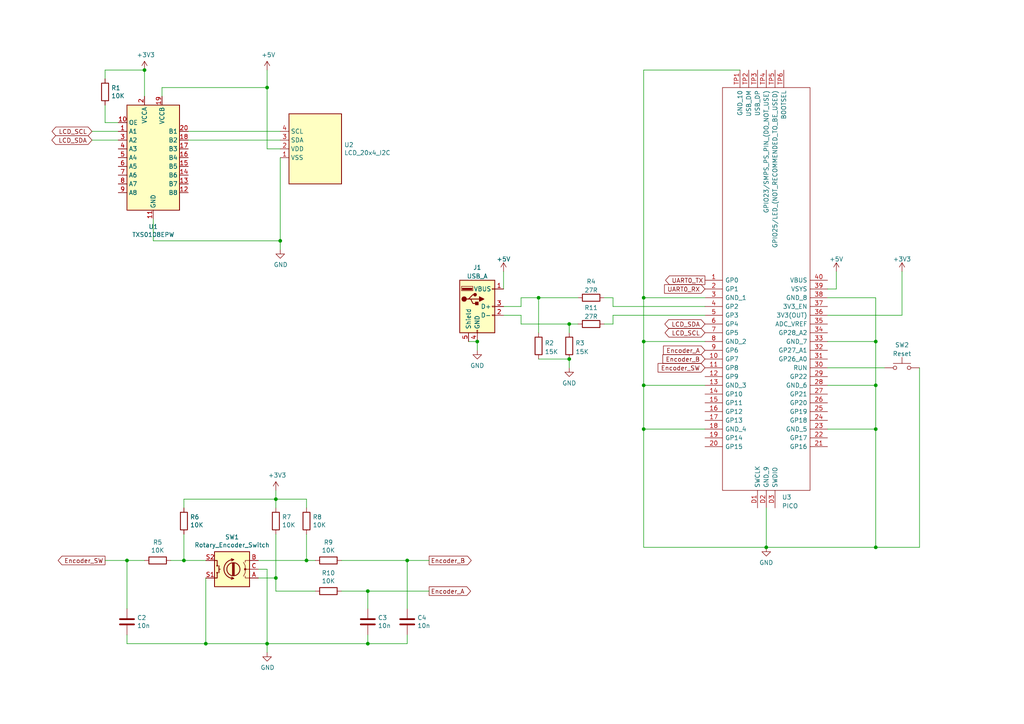
<source format=kicad_sch>
(kicad_sch (version 20211123) (generator eeschema)
  (paper "A4")
  (lib_symbols
    (symbol "BBB_MIDI-rescue:LCD_20x4_I2C-Display_Character"
      (property "Reference" "U" (at -6.35 11.43 0))
      (property "Value" "LCD_20x4_I2C-Display_Character" (at 8.89 11.43 0))
      (symbol "LCD_20x4_I2C-Display_Character_0_1"
        (rectangle (start -7.62 10.16) (end 7.62 -10.16) (stroke (width 0.254)) (fill (type background)))
      )
      (symbol "LCD_20x4_I2C-Display_Character_1_1"
        (pin power_in line (at -10.16 -2.54 0) (length 2.54) (name "VSS") (number "1"))
        (pin power_in line (at -10.16 0 0) (length 2.54) (name "VDD") (number "2"))
        (pin bidirectional line (at -10.16 2.54 0) (length 2.54) (name "SDA") (number "3"))
        (pin input line (at -10.16 5.08 0) (length 2.54) (name "SCL") (number "4"))
      )
    )
    (symbol "BBB_MIDI-rescue:Rotary_Encoder_Switch-Device" (pin_names (offset 0.254) hide)
      (property "Reference" "SW" (at 0 6.604 0))
      (property "Value" "Rotary_Encoder_Switch-Device" (at 0 -6.604 0))
      (symbol "Rotary_Encoder_Switch-Device_0_1"
        (rectangle (start -5.08 5.08) (end 5.08 -5.08) (stroke (width 0.254)) (fill (type background)))
        (circle (center -3.81 0) (radius 0.254) (fill (type outline)))
        (arc (start -0.381 -2.794) (mid 2.3622 -0.0508) (end -0.381 2.667) (stroke (width 0.254)))
        (circle (center -0.381 0) (radius 1.905) (stroke (width 0.254)))
        (polyline (pts (xy -0.635 -1.778) (xy -0.635 1.778)) (stroke (width 0.254)))
        (polyline (pts (xy -0.381 -1.778) (xy -0.381 1.778)) (stroke (width 0.254)))
        (polyline (pts (xy -0.127 1.778) (xy -0.127 -1.778)) (stroke (width 0.254)))
        (polyline (pts (xy 3.81 0) (xy 3.429 0)) (stroke (width 0.254)))
        (polyline (pts (xy 3.81 1.016) (xy 3.81 -1.016)) (stroke (width 0.254)))
        (polyline (pts (xy -5.08 -2.54) (xy -3.81 -2.54) (xy -3.81 -2.032)))
        (polyline (pts (xy -5.08 2.54) (xy -3.81 2.54) (xy -3.81 2.032)))
        (polyline (pts (xy 0.254 -3.048) (xy -0.508 -2.794) (xy 0.127 -2.413)) (stroke (width 0.254)))
        (polyline (pts (xy 0.254 2.921) (xy -0.508 2.667) (xy 0.127 2.286)) (stroke (width 0.254)))
        (polyline (pts (xy 5.08 -2.54) (xy 4.318 -2.54) (xy 4.318 -1.016)) (stroke (width 0.254)))
        (polyline (pts (xy 5.08 2.54) (xy 4.318 2.54) (xy 4.318 1.016)) (stroke (width 0.254)))
        (polyline (pts (xy -5.08 0) (xy -3.81 0) (xy -3.81 -1.016) (xy -3.302 -2.032)))
        (polyline (pts (xy -4.318 0) (xy -3.81 0) (xy -3.81 1.016) (xy -3.302 2.032)))
        (circle (center 4.318 -1.016) (radius 0.127) (stroke (width 0.254)))
        (circle (center 4.318 1.016) (radius 0.127) (stroke (width 0.254)))
      )
      (symbol "Rotary_Encoder_Switch-Device_1_1"
        (pin passive line (at -7.62 2.54 0) (length 2.54) (name "A") (number "A"))
        (pin passive line (at -7.62 -2.54 0) (length 2.54) (name "B") (number "B"))
        (pin passive line (at -7.62 0 0) (length 2.54) (name "C") (number "C"))
        (pin passive line (at 7.62 2.54 180) (length 2.54) (name "S1") (number "S1"))
        (pin passive line (at 7.62 -2.54 180) (length 2.54) (name "S2") (number "S2"))
      )
    )
    (symbol "Connector:USB_A" (pin_names (offset 1.016))
      (property "Reference" "J" (at -5.08 11.43 0))
      (property "Value" "USB_A" (at -5.08 8.89 0))
      (symbol "USB_A_0_1"
        (rectangle (start -5.08 -7.62) (end 5.08 7.62) (stroke (width 0.254)) (fill (type background)))
        (circle (center -3.81 2.159) (radius 0.635) (stroke (width 0.254)) (fill (type outline)))
        (rectangle (start -1.524 4.826) (end -4.318 5.334) (fill (type outline)))
        (rectangle (start -1.27 4.572) (end -4.572 5.842))
        (circle (center -0.635 3.429) (radius 0.381) (stroke (width 0.254)) (fill (type outline)))
        (rectangle (start -0.127 -7.62) (end 0.127 -6.858))
        (polyline (pts (xy -3.175 2.159) (xy -2.54 2.159) (xy -1.27 3.429) (xy -0.635 3.429)) (stroke (width 0.254)))
        (polyline (pts (xy -2.54 2.159) (xy -1.905 2.159) (xy -1.27 0.889) (xy 0 0.889)) (stroke (width 0.254)))
        (polyline (pts (xy 0.635 2.794) (xy 0.635 1.524) (xy 1.905 2.159) (xy 0.635 2.794)) (stroke (width 0.254)) (fill (type outline)))
        (rectangle (start 0.254 1.27) (end -0.508 0.508) (stroke (width 0.254)) (fill (type outline)))
        (rectangle (start 5.08 -2.667) (end 4.318 -2.413))
        (rectangle (start 5.08 -0.127) (end 4.318 0.127))
        (rectangle (start 5.08 4.953) (end 4.318 5.207))
      )
      (symbol "USB_A_1_1"
        (polyline (pts (xy -1.905 2.159) (xy 0.635 2.159)) (stroke (width 0.254)))
        (pin power_in line (at 7.62 5.08 180) (length 2.54) (name "VBUS") (number "1"))
        (pin bidirectional line (at 7.62 -2.54 180) (length 2.54) (name "D-") (number "2"))
        (pin bidirectional line (at 7.62 0 180) (length 2.54) (name "D+") (number "3"))
        (pin power_in line (at 0 -10.16 90) (length 2.54) (name "GND") (number "4"))
        (pin passive line (at -2.54 -10.16 90) (length 2.54) (name "Shield") (number "5"))
      )
    )
    (symbol "Device:C" (pin_numbers hide) (pin_names (offset 0.254))
      (property "Reference" "C" (at 0.635 2.54 0))
      (property "Value" "C" (at 0.635 -2.54 0))
      (symbol "C_0_1"
        (polyline (pts (xy -2.032 -0.762) (xy 2.032 -0.762)) (stroke (width 0.508)))
        (polyline (pts (xy -2.032 0.762) (xy 2.032 0.762)) (stroke (width 0.508)))
      )
      (symbol "C_1_1"
        (pin passive line (at 0 3.81 270) (length 2.794) (name "~") (number "1"))
        (pin passive line (at 0 -3.81 90) (length 2.794) (name "~") (number "2"))
      )
    )
    (symbol "Device:R" (pin_numbers hide) (pin_names (offset 0))
      (property "Reference" "R" (at 2.032 0 90))
      (property "Value" "R" (at 0 0 90))
      (symbol "R_0_1"
        (rectangle (start -1.016 -2.54) (end 1.016 2.54) (stroke (width 0.254)))
      )
      (symbol "R_1_1"
        (pin passive line (at 0 3.81 270) (length 1.27) (name "~") (number "1"))
        (pin passive line (at 0 -3.81 90) (length 1.27) (name "~") (number "2"))
      )
    )
    (symbol "Logic_LevelTranslator:TXS0108EPW"
      (property "Reference" "U" (at -6.35 16.51 0))
      (property "Value" "TXS0108EPW" (at 3.81 16.51 0))
      (symbol "TXS0108EPW_0_1"
        (rectangle (start -7.62 15.24) (end 7.62 -15.24) (stroke (width 0.254)) (fill (type background)))
      )
      (symbol "TXS0108EPW_1_1"
        (pin bidirectional line (at -10.16 7.62 0) (length 2.54) (name "A1") (number "1"))
        (pin input line (at -10.16 10.16 0) (length 2.54) (name "OE") (number "10"))
        (pin power_in line (at 0 -17.78 90) (length 2.54) (name "GND") (number "11"))
        (pin bidirectional line (at 10.16 -10.16 180) (length 2.54) (name "B8") (number "12"))
        (pin bidirectional line (at 10.16 -7.62 180) (length 2.54) (name "B7") (number "13"))
        (pin bidirectional line (at 10.16 -5.08 180) (length 2.54) (name "B6") (number "14"))
        (pin bidirectional line (at 10.16 -2.54 180) (length 2.54) (name "B5") (number "15"))
        (pin bidirectional line (at 10.16 0 180) (length 2.54) (name "B4") (number "16"))
        (pin bidirectional line (at 10.16 2.54 180) (length 2.54) (name "B3") (number "17"))
        (pin bidirectional line (at 10.16 5.08 180) (length 2.54) (name "B2") (number "18"))
        (pin power_in line (at 2.54 17.78 270) (length 2.54) (name "VCCB") (number "19"))
        (pin power_in line (at -2.54 17.78 270) (length 2.54) (name "VCCA") (number "2"))
        (pin bidirectional line (at 10.16 7.62 180) (length 2.54) (name "B1") (number "20"))
        (pin bidirectional line (at -10.16 5.08 0) (length 2.54) (name "A2") (number "3"))
        (pin bidirectional line (at -10.16 2.54 0) (length 2.54) (name "A3") (number "4"))
        (pin bidirectional line (at -10.16 0 0) (length 2.54) (name "A4") (number "5"))
        (pin bidirectional line (at -10.16 -2.54 0) (length 2.54) (name "A5") (number "6"))
        (pin bidirectional line (at -10.16 -5.08 0) (length 2.54) (name "A6") (number "7"))
        (pin bidirectional line (at -10.16 -7.62 0) (length 2.54) (name "A7") (number "8"))
        (pin bidirectional line (at -10.16 -10.16 0) (length 2.54) (name "A8") (number "9"))
      )
    )
    (symbol "MCU_RaspberryPi:PICO" (pin_names (offset 0.762))
      (property "Reference" "J" (at 31.75 60.96 0))
      (property "Value" "PICO" (at 31.75 58.42 0))
      (symbol "PICO_0_0"
        (pin passive line (at 0 0 0) (length 5.08) (name "GP0") (number "1"))
        (pin passive line (at 0 -22.86 0) (length 5.08) (name "GP7") (number "10"))
        (pin passive line (at 0 -25.4 0) (length 5.08) (name "GP8") (number "11"))
        (pin passive line (at 0 -27.94 0) (length 5.08) (name "GP9") (number "12"))
        (pin passive line (at 0 -30.48 0) (length 5.08) (name "GND_3") (number "13"))
        (pin passive line (at 0 -33.02 0) (length 5.08) (name "GP10") (number "14"))
        (pin passive line (at 0 -35.56 0) (length 5.08) (name "GP11") (number "15"))
        (pin passive line (at 0 -38.1 0) (length 5.08) (name "GP12") (number "16"))
        (pin passive line (at 0 -40.64 0) (length 5.08) (name "GP13") (number "17"))
        (pin passive line (at 0 -43.18 0) (length 5.08) (name "GND_4") (number "18"))
        (pin passive line (at 0 -45.72 0) (length 5.08) (name "GP14") (number "19"))
        (pin passive line (at 0 -2.54 0) (length 5.08) (name "GP1") (number "2"))
        (pin passive line (at 0 -48.26 0) (length 5.08) (name "GP15") (number "20"))
        (pin passive line (at 35.56 -48.26 180) (length 5.08) (name "GP16") (number "21"))
        (pin passive line (at 35.56 -45.72 180) (length 5.08) (name "GP17") (number "22"))
        (pin passive line (at 35.56 -43.18 180) (length 5.08) (name "GND_5") (number "23"))
        (pin passive line (at 35.56 -40.64 180) (length 5.08) (name "GP18") (number "24"))
        (pin passive line (at 35.56 -38.1 180) (length 5.08) (name "GP19") (number "25"))
        (pin passive line (at 35.56 -35.56 180) (length 5.08) (name "GP20") (number "26"))
        (pin passive line (at 35.56 -33.02 180) (length 5.08) (name "GP21") (number "27"))
        (pin passive line (at 35.56 -30.48 180) (length 5.08) (name "GND_6") (number "28"))
        (pin passive line (at 35.56 -27.94 180) (length 5.08) (name "GP22") (number "29"))
        (pin passive line (at 0 -5.08 0) (length 5.08) (name "GND_1") (number "3"))
        (pin passive line (at 35.56 -25.4 180) (length 5.08) (name "RUN") (number "30"))
        (pin passive line (at 35.56 -22.86 180) (length 5.08) (name "GP26_A0") (number "31"))
        (pin passive line (at 35.56 -20.32 180) (length 5.08) (name "GP27_A1") (number "32"))
        (pin passive line (at 35.56 -17.78 180) (length 5.08) (name "GND_7") (number "33"))
        (pin passive line (at 35.56 -15.24 180) (length 5.08) (name "GP28_A2") (number "34"))
        (pin passive line (at 35.56 -12.7 180) (length 5.08) (name "ADC_VREF") (number "35"))
        (pin passive line (at 35.56 -10.16 180) (length 5.08) (name "3V3(OUT)") (number "36"))
        (pin passive line (at 35.56 -7.62 180) (length 5.08) (name "3V3_EN") (number "37"))
        (pin passive line (at 35.56 -5.08 180) (length 5.08) (name "GND_8") (number "38"))
        (pin passive line (at 35.56 -2.54 180) (length 5.08) (name "VSYS") (number "39"))
        (pin passive line (at 0 -7.62 0) (length 5.08) (name "GP2") (number "4"))
        (pin passive line (at 35.56 0 180) (length 5.08) (name "VBUS") (number "40"))
        (pin passive line (at 0 -10.16 0) (length 5.08) (name "GP3") (number "5"))
        (pin passive line (at 0 -12.7 0) (length 5.08) (name "GP4") (number "6"))
        (pin passive line (at 0 -15.24 0) (length 5.08) (name "GP5") (number "7"))
        (pin passive line (at 0 -17.78 0) (length 5.08) (name "GND_2") (number "8"))
        (pin passive line (at 0 -20.32 0) (length 5.08) (name "GP6") (number "9"))
        (pin passive line (at 15.24 -66.04 90) (length 5.08) (name "SWCLK") (number "D1"))
        (pin passive line (at 17.78 -66.04 90) (length 5.08) (name "GND_9") (number "D2"))
        (pin passive line (at 20.32 -66.04 90) (length 5.08) (name "SWDIO") (number "D3"))
        (pin passive line (at 10.16 60.96 270) (length 5.08) (name "GND_10") (number "TP1"))
        (pin passive line (at 12.7 60.96 270) (length 5.08) (name "USB_DM") (number "TP2"))
        (pin passive line (at 15.24 60.96 270) (length 5.08) (name "USB_DP") (number "TP3"))
        (pin passive line (at 17.78 60.96 270) (length 5.08) (name "GPIO23/SMPS_PS_PIN_(DO_NOT_USE)") (number "TP4"))
        (pin passive line (at 20.32 60.96 270) (length 5.08) (name "GPIO25/LED_(NOT_RECOMMENDED_TO_BE_USED)") (number "TP5"))
        (pin passive line (at 22.86 60.96 270) (length 5.08) (name "BOOTSEL") (number "TP6"))
      )
      (symbol "PICO_0_1"
        (polyline (pts (xy 5.08 55.88) (xy 30.48 55.88) (xy 30.48 -60.96) (xy 5.08 -60.96) (xy 5.08 55.88)) (stroke (width 0.1524)))
      )
    )
    (symbol "Switch:SW_Push" (pin_numbers hide) (pin_names (offset 1.016) hide)
      (property "Reference" "SW" (at 1.27 2.54 0))
      (property "Value" "SW_Push" (at 0 -1.524 0))
      (symbol "SW_Push_0_1"
        (circle (center -2.032 0) (radius 0.508))
        (polyline (pts (xy 0 1.27) (xy 0 3.048)))
        (polyline (pts (xy 2.54 1.27) (xy -2.54 1.27)))
        (circle (center 2.032 0) (radius 0.508))
        (pin passive line (at -5.08 0 0) (length 2.54) (name "1") (number "1"))
        (pin passive line (at 5.08 0 180) (length 2.54) (name "2") (number "2"))
      )
    )
    (symbol "power:+3V3" (power) (pin_names (offset 0))
      (property "Value" "+3V3" (at 0 3.556 0))
      (symbol "+3V3_0_1"
        (polyline (pts (xy -0.762 1.27) (xy 0 2.54)))
        (polyline (pts (xy 0 0) (xy 0 2.54)))
        (polyline (pts (xy 0 2.54) (xy 0.762 1.27)))
      )
      (symbol "+3V3_1_1"
        (pin power_in line (at 0 0 90) (length 0) hide (name "+3V3") (number "1"))
      )
    )
    (symbol "power:+5V" (power) (pin_names (offset 0))
      (property "Value" "+5V" (at 0 3.556 0))
      (symbol "+5V_0_1"
        (polyline (pts (xy -0.762 1.27) (xy 0 2.54)))
        (polyline (pts (xy 0 0) (xy 0 2.54)))
        (polyline (pts (xy 0 2.54) (xy 0.762 1.27)))
      )
      (symbol "+5V_1_1"
        (pin power_in line (at 0 0 90) (length 0) hide (name "+5V") (number "1"))
      )
    )
    (symbol "power:GND" (power) (pin_names (offset 0))
      (property "Value" "GND" (at 0 -3.81 0))
      (symbol "GND_0_1"
        (polyline (pts (xy 0 0) (xy 0 -1.27) (xy 1.27 -1.27) (xy 0 -2.54) (xy -1.27 -1.27) (xy 0 -1.27)))
      )
      (symbol "GND_1_1"
        (pin power_in line (at 0 0 270) (length 0) hide (name "GND") (number "1"))
      )
    )
  )
  (junction (at 186.69 111.76))
  (junction (at 88.9 162.56))
  (junction (at 106.68 171.45))
  (junction (at 186.69 124.46))
  (junction (at 254 158.75))
  (junction (at 118.11 162.56))
  (junction (at 106.68 186.69))
  (junction (at 81.28 69.85))
  (junction (at 254 111.76))
  (junction (at 77.47 186.69))
  (junction (at 186.69 86.36))
  (junction (at 80.01 144.78))
  (junction (at 53.34 162.56))
  (junction (at 222.25 158.75))
  (junction (at 254 99.06))
  (junction (at 80.01 167.64))
  (junction (at 156.21 86.36))
  (junction (at 165.1 104.14))
  (junction (at 77.47 25.4))
  (junction (at 254 124.46))
  (junction (at 41.91 20.32))
  (junction (at 36.83 162.56))
  (junction (at 138.43 99.06))
  (junction (at 186.69 99.06))
  (junction (at 59.69 186.69))
  (junction (at 165.1 93.98))
  (wire (pts (xy 81.28 69.85) (xy 81.28 72.39)))
  (wire (pts (xy 266.7 158.75) (xy 254 158.75)))
  (wire (pts (xy 88.9 154.94) (xy 88.9 162.56)))
  (wire (pts (xy 242.57 78.74) (xy 242.57 83.82)))
  (wire (pts (xy 88.9 147.32) (xy 88.9 144.78)))
  (wire (pts (xy 214.63 20.32) (xy 186.69 20.32)))
  (wire (pts (xy 36.83 186.69) (xy 59.69 186.69)))
  (wire (pts (xy 80.01 142.24) (xy 80.01 144.78)))
  (wire (pts (xy 53.34 162.56) (xy 59.69 162.56)))
  (wire (pts (xy 177.8 91.44) (xy 204.47 91.44)))
  (wire (pts (xy 165.1 104.14) (xy 165.1 106.68)))
  (wire (pts (xy 156.21 86.36) (xy 167.64 86.36)))
  (wire (pts (xy 254 124.46) (xy 254 158.75)))
  (wire (pts (xy 254 86.36) (xy 254 99.06)))
  (wire (pts (xy 261.62 78.74) (xy 261.62 91.44)))
  (wire (pts (xy 118.11 184.15) (xy 118.11 186.69)))
  (wire (pts (xy 118.11 186.69) (xy 106.68 186.69)))
  (wire (pts (xy 81.28 45.72) (xy 81.28 69.85)))
  (wire (pts (xy 156.21 104.14) (xy 165.1 104.14)))
  (wire (pts (xy 151.13 86.36) (xy 156.21 86.36)))
  (wire (pts (xy 146.05 78.74) (xy 146.05 83.82)))
  (wire (pts (xy 81.28 43.18) (xy 77.47 43.18)))
  (wire (pts (xy 118.11 176.53) (xy 118.11 162.56)))
  (wire (pts (xy 106.68 186.69) (xy 77.47 186.69)))
  (wire (pts (xy 177.8 86.36) (xy 177.8 88.9)))
  (wire (pts (xy 240.03 106.68) (xy 256.54 106.68)))
  (wire (pts (xy 80.01 171.45) (xy 91.44 171.45)))
  (wire (pts (xy 186.69 20.32) (xy 186.69 86.36)))
  (wire (pts (xy 36.83 162.56) (xy 36.83 176.53)))
  (wire (pts (xy 186.69 99.06) (xy 186.69 111.76)))
  (wire (pts (xy 135.89 99.06) (xy 138.43 99.06)))
  (wire (pts (xy 77.47 43.18) (xy 77.47 25.4)))
  (wire (pts (xy 88.9 162.56) (xy 91.44 162.56)))
  (wire (pts (xy 151.13 86.36) (xy 151.13 88.9)))
  (wire (pts (xy 254 158.75) (xy 222.25 158.75)))
  (wire (pts (xy 186.69 111.76) (xy 186.69 124.46)))
  (wire (pts (xy 175.26 93.98) (xy 177.8 93.98)))
  (wire (pts (xy 165.1 93.98) (xy 165.1 96.52)))
  (wire (pts (xy 261.62 91.44) (xy 240.03 91.44)))
  (wire (pts (xy 49.53 162.56) (xy 53.34 162.56)))
  (wire (pts (xy 80.01 144.78) (xy 80.01 147.32)))
  (wire (pts (xy 106.68 184.15) (xy 106.68 186.69)))
  (wire (pts (xy 242.57 83.82) (xy 240.03 83.82)))
  (wire (pts (xy 59.69 167.64) (xy 59.69 186.69)))
  (wire (pts (xy 30.48 20.32) (xy 41.91 20.32)))
  (wire (pts (xy 46.99 25.4) (xy 77.47 25.4)))
  (wire (pts (xy 46.99 27.94) (xy 46.99 25.4)))
  (wire (pts (xy 41.91 20.32) (xy 41.91 27.94)))
  (wire (pts (xy 222.25 147.32) (xy 222.25 158.75)))
  (wire (pts (xy 53.34 144.78) (xy 80.01 144.78)))
  (wire (pts (xy 266.7 106.68) (xy 266.7 158.75)))
  (wire (pts (xy 106.68 171.45) (xy 124.46 171.45)))
  (wire (pts (xy 74.93 162.56) (xy 88.9 162.56)))
  (wire (pts (xy 138.43 99.06) (xy 138.43 101.6)))
  (wire (pts (xy 151.13 93.98) (xy 151.13 91.44)))
  (wire (pts (xy 30.48 22.86) (xy 30.48 20.32)))
  (wire (pts (xy 204.47 86.36) (xy 186.69 86.36)))
  (wire (pts (xy 44.45 63.5) (xy 44.45 69.85)))
  (wire (pts (xy 44.45 69.85) (xy 81.28 69.85)))
  (wire (pts (xy 156.21 86.36) (xy 156.21 96.52)))
  (wire (pts (xy 26.67 40.64) (xy 34.29 40.64)))
  (wire (pts (xy 74.93 167.64) (xy 80.01 167.64)))
  (wire (pts (xy 99.06 171.45) (xy 106.68 171.45)))
  (wire (pts (xy 54.61 38.1) (xy 81.28 38.1)))
  (wire (pts (xy 151.13 91.44) (xy 146.05 91.44)))
  (wire (pts (xy 177.8 93.98) (xy 177.8 91.44)))
  (wire (pts (xy 53.34 144.78) (xy 53.34 147.32)))
  (wire (pts (xy 30.48 162.56) (xy 36.83 162.56)))
  (wire (pts (xy 254 111.76) (xy 254 124.46)))
  (wire (pts (xy 254 99.06) (xy 254 111.76)))
  (wire (pts (xy 77.47 25.4) (xy 77.47 20.32)))
  (wire (pts (xy 30.48 35.56) (xy 30.48 30.48)))
  (wire (pts (xy 53.34 154.94) (xy 53.34 162.56)))
  (wire (pts (xy 151.13 93.98) (xy 165.1 93.98)))
  (wire (pts (xy 80.01 154.94) (xy 80.01 167.64)))
  (wire (pts (xy 186.69 158.75) (xy 222.25 158.75)))
  (wire (pts (xy 175.26 86.36) (xy 177.8 86.36)))
  (wire (pts (xy 88.9 144.78) (xy 80.01 144.78)))
  (wire (pts (xy 77.47 186.69) (xy 77.47 189.23)))
  (wire (pts (xy 26.67 38.1) (xy 34.29 38.1)))
  (wire (pts (xy 74.93 165.1) (xy 77.47 165.1)))
  (wire (pts (xy 186.69 111.76) (xy 204.47 111.76)))
  (wire (pts (xy 240.03 86.36) (xy 254 86.36)))
  (wire (pts (xy 99.06 162.56) (xy 118.11 162.56)))
  (wire (pts (xy 106.68 176.53) (xy 106.68 171.45)))
  (wire (pts (xy 80.01 167.64) (xy 80.01 171.45)))
  (wire (pts (xy 118.11 162.56) (xy 124.46 162.56)))
  (wire (pts (xy 54.61 40.64) (xy 81.28 40.64)))
  (wire (pts (xy 77.47 165.1) (xy 77.47 186.69)))
  (wire (pts (xy 186.69 99.06) (xy 204.47 99.06)))
  (wire (pts (xy 240.03 124.46) (xy 254 124.46)))
  (wire (pts (xy 240.03 111.76) (xy 254 111.76)))
  (wire (pts (xy 186.69 86.36) (xy 186.69 99.06)))
  (wire (pts (xy 186.69 124.46) (xy 186.69 158.75)))
  (wire (pts (xy 59.69 186.69) (xy 77.47 186.69)))
  (wire (pts (xy 36.83 184.15) (xy 36.83 186.69)))
  (wire (pts (xy 34.29 35.56) (xy 30.48 35.56)))
  (wire (pts (xy 165.1 93.98) (xy 167.64 93.98)))
  (wire (pts (xy 151.13 88.9) (xy 146.05 88.9)))
  (wire (pts (xy 186.69 124.46) (xy 204.47 124.46)))
  (wire (pts (xy 177.8 88.9) (xy 204.47 88.9)))
  (wire (pts (xy 36.83 162.56) (xy 41.91 162.56)))
  (wire (pts (xy 240.03 99.06) (xy 254 99.06)))
  (global_label "Encoder_B" (shape output) (at 124.46 162.56 0) (property "Intersheet References" "${INTERSHEET_REFS}" (effects hide)))
  (global_label "UART0_RX" (shape input) (at 204.47 83.82 180) (property "Intersheet References" "${INTERSHEET_REFS}" (effects hide)))
  (global_label "LCD_SDA" (shape bidirectional) (at 26.67 40.64 180) (property "Intersheet References" "${INTERSHEET_REFS}" (effects hide)))
  (global_label "Encoder_A" (shape output) (at 124.46 171.45 0) (property "Intersheet References" "${INTERSHEET_REFS}" (effects hide)))
  (global_label "Encoder_A" (shape input) (at 204.47 101.6 180) (property "Intersheet References" "${INTERSHEET_REFS}" (effects hide)))
  (global_label "Encoder_B" (shape input) (at 204.47 104.14 180) (property "Intersheet References" "${INTERSHEET_REFS}" (effects hide)))
  (global_label "LCD_SCL" (shape bidirectional) (at 204.47 96.52 180) (property "Intersheet References" "${INTERSHEET_REFS}" (effects hide)))
  (global_label "LCD_SDA" (shape bidirectional) (at 204.47 93.98 180) (property "Intersheet References" "${INTERSHEET_REFS}" (effects hide)))
  (global_label "Encoder_SW" (shape output) (at 30.48 162.56 180) (property "Intersheet References" "${INTERSHEET_REFS}" (effects hide)))
  (global_label "UART0_TX" (shape output) (at 204.47 81.28 180) (property "Intersheet References" "${INTERSHEET_REFS}" (effects hide)))
  (global_label "LCD_SCL" (shape bidirectional) (at 26.67 38.1 180) (property "Intersheet References" "${INTERSHEET_REFS}" (effects hide)))
  (global_label "Encoder_SW" (shape input) (at 204.47 106.68 180) (property "Intersheet References" "${INTERSHEET_REFS}" (effects hide)))
  (symbol (lib_id "BBB_MIDI-rescue:Rotary_Encoder_Switch-Device") (at 67.31 165.1 180) (unit 1)
    (property "Reference" "SW1" (at 67.31 155.7782 0))
    (property "Value" "Rotary_Encoder_Switch" (at 67.31 158.0896 0))
  )
  (symbol (lib_id "power:GND") (at 77.47 189.23 0) (unit 1)
    (property "Reference" "#PWR08" (effects hide))
    (property "Value" "GND" (at 77.597 193.6242 0))
  )
  (symbol (lib_id "Logic_LevelTranslator:TXS0108EPW") (at 44.45 45.72 0) (unit 1)
    (property "Reference" "U1" (at 44.45 65.7606 0))
    (property "Value" "TXS0108EPW" (at 44.45 68.072 0))
    (property "Footprint" "Package_SO:TSSOP-20_4.4x6.5mm_P0.65mm" (effects hide))
    (property "Datasheet" "www.ti.com/lit/ds/symlink/txs0108e.pdf" (effects hide))
  )
  (symbol (lib_id "BBB_MIDI-rescue:LCD_20x4_I2C-Display_Character") (at 91.44 43.18 0) (unit 1)
    (property "Reference" "U2" (at 99.822 42.0116 0) (effects (justify left)))
    (property "Value" "LCD_20x4_I2C" (at 99.822 44.323 0) (effects (justify left)))
    (property "Footprint" "LCD_20x4_I2C" (effects hide))
    (property "Datasheet" "http://www.newhavendisplay.com/specs/NHD-C0220BiZ-FSW-FBW-3V3M.pdf" (effects hide))
  )
  (symbol (lib_id "power:GND") (at 81.28 72.39 0) (unit 1)
    (property "Reference" "#PWR03" (effects hide))
    (property "Value" "GND" (at 81.407 76.7842 0))
  )
  (symbol (lib_id "Device:R") (at 95.25 162.56 270) (unit 1)
    (property "Reference" "R9" (at 95.25 157.3022 90))
    (property "Value" "10K" (at 95.25 159.6136 90))
  )
  (symbol (lib_id "Device:R") (at 95.25 171.45 90) (unit 1)
    (property "Reference" "R10" (at 95.25 166.1922 90))
    (property "Value" "10K" (at 95.25 168.5036 90))
  )
  (symbol (lib_id "Device:R") (at 88.9 151.13 0) (unit 1)
    (property "Reference" "R8" (at 90.678 149.9616 0) (effects (justify left)))
    (property "Value" "10K" (at 90.678 152.273 0) (effects (justify left)))
  )
  (symbol (lib_id "Device:R") (at 80.01 151.13 0) (unit 1)
    (property "Reference" "R7" (at 81.788 149.9616 0) (effects (justify left)))
    (property "Value" "10K" (at 81.788 152.273 0) (effects (justify left)))
  )
  (symbol (lib_id "Device:C") (at 106.68 180.34 0) (unit 1)
    (property "Reference" "C3" (at 109.601 179.1716 0) (effects (justify left)))
    (property "Value" "10n" (at 109.601 181.483 0) (effects (justify left)))
  )
  (symbol (lib_id "Device:C") (at 118.11 180.34 0) (unit 1)
    (property "Reference" "C4" (at 121.031 179.1716 0) (effects (justify left)))
    (property "Value" "10n" (at 121.031 181.483 0) (effects (justify left)))
  )
  (symbol (lib_id "Device:R") (at 53.34 151.13 0) (unit 1)
    (property "Reference" "R6" (at 55.118 149.9616 0) (effects (justify left)))
    (property "Value" "10K" (at 55.118 152.273 0) (effects (justify left)))
  )
  (symbol (lib_id "power:+3V3") (at 41.91 20.32 0) (unit 1)
    (property "Reference" "#PWR01" (effects hide))
    (property "Value" "+3V3" (at 42.291 15.9258 0))
  )
  (symbol (lib_id "Device:C") (at 36.83 180.34 0) (unit 1)
    (property "Reference" "C2" (at 39.751 179.1716 0) (effects (justify left)))
    (property "Value" "10n" (at 39.751 181.483 0) (effects (justify left)))
  )
  (symbol (lib_id "Device:R") (at 30.48 26.67 180) (unit 1)
    (property "Reference" "R1" (at 32.258 25.5016 0) (effects (justify right)))
    (property "Value" "10K" (at 32.258 27.813 0) (effects (justify right)))
  )
  (symbol (lib_id "power:+5V") (at 77.47 20.32 0) (unit 1)
    (property "Reference" "#PWR02" (effects hide))
    (property "Value" "+5V" (at 77.851 15.9258 0))
  )
  (symbol (lib_id "power:+3V3") (at 261.62 78.74 0) (unit 1)
    (property "Reference" "#PWR0105" (effects hide))
    (property "Value" "+3V3" (at 261.62 75.1642 0))
  )
  (symbol (lib_id "power:+5V") (at 146.05 78.74 0) (unit 1)
    (property "Reference" "#PWR0101" (effects hide))
    (property "Value" "+5V" (at 146.05 75.1642 0))
  )
  (symbol (lib_id "Switch:SW_Push") (at 261.62 106.68 0) (unit 1)
    (property "Reference" "SW2" (at 261.62 100.0592 0))
    (property "Value" "Reset" (at 261.62 102.5961 0))
  )
  (symbol (lib_id "power:GND") (at 222.25 158.75 0) (unit 1)
    (property "Reference" "#PWR0106" (effects hide))
    (property "Value" "GND" (at 222.25 163.1934 0))
  )
  (symbol (lib_id "Device:R") (at 171.45 86.36 90) (unit 1)
    (property "Reference" "R4" (at 171.45 81.6442 90))
    (property "Value" "27R" (at 171.45 84.1811 90))
  )
  (symbol (lib_id "Connector:USB_A") (at 138.43 88.9 0) (unit 1)
    (property "Reference" "J1" (at 138.43 77.5802 0))
    (property "Value" "USB_A" (at 138.43 80.1171 0))
    (property "Datasheet" " ~" (effects hide))
  )
  (symbol (lib_id "Device:R") (at 45.72 162.56 270) (unit 1)
    (property "Reference" "R5" (at 45.72 157.3022 90))
    (property "Value" "10K" (at 45.72 159.6136 90))
  )
  (symbol (lib_id "power:+3V3") (at 80.01 142.24 0) (unit 1)
    (property "Reference" "#PWR09" (effects hide))
    (property "Value" "+3V3" (at 80.391 137.8458 0))
  )
  (symbol (lib_id "power:GND") (at 165.1 106.68 0) (unit 1)
    (property "Reference" "#PWR0103" (effects hide))
    (property "Value" "GND" (at 165.1 111.1234 0))
  )
  (symbol (lib_id "Device:R") (at 171.45 93.98 90) (unit 1)
    (property "Reference" "R11" (at 171.45 89.2642 90))
    (property "Value" "27R" (at 171.45 91.8011 90))
  )
  (symbol (lib_id "Device:R") (at 165.1 100.33 0) (unit 1)
    (property "Reference" "R3" (at 166.878 99.4953 0) (effects (justify left)))
    (property "Value" "15K" (at 166.878 102.0322 0) (effects (justify left)))
  )
  (symbol (lib_id "Device:R") (at 156.21 100.33 0) (unit 1)
    (property "Reference" "R2" (at 157.988 99.4953 0) (effects (justify left)))
    (property "Value" "15K" (at 157.988 102.0322 0) (effects (justify left)))
  )
  (symbol (lib_id "power:GND") (at 138.43 101.6 0) (unit 1)
    (property "Reference" "#PWR0102" (effects hide))
    (property "Value" "GND" (at 138.43 106.0434 0))
  )
  (symbol (lib_id "MCU_RaspberryPi:PICO") (at 204.47 81.28 0) (unit 1)
    (property "Reference" "U3" (at 226.8094 144.2196 0) (effects (justify left)))
    (property "Value" "PICO" (at 226.8094 146.7565 0) (effects (justify left)))
    (property "Footprint" "PICO" (effects hide))
    (property "Datasheet" "https://datasheets.raspberrypi.org/pico/pico_datasheet.pdf" (effects hide))
    (property "Description" "RP2040 microcontroller chip designed by Raspberry Pi in the United Kingdom 2  SPI, 2  I2C, 2  UART, 3  12-bit ADC, 16  controllable PWM channels" (effects hide))
    (property "Height" "1" (effects hide))
    (property "Manufacturer_Name" "RASPBERRY-PI" (effects hide))
    (property "Manufacturer_Part_Number" "PICO" (effects hide))
  )
  (symbol (lib_id "power:+5V") (at 242.57 78.74 0) (unit 1)
    (property "Reference" "#PWR0104" (effects hide))
    (property "Value" "+5V" (at 242.57 75.1642 0))
  )
)
</source>
